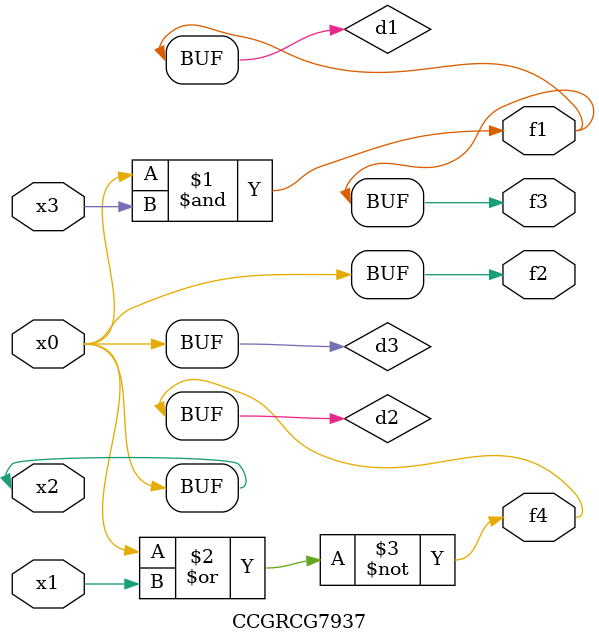
<source format=v>
module CCGRCG7937(
	input x0, x1, x2, x3,
	output f1, f2, f3, f4
);

	wire d1, d2, d3;

	and (d1, x2, x3);
	nor (d2, x0, x1);
	buf (d3, x0, x2);
	assign f1 = d1;
	assign f2 = d3;
	assign f3 = d1;
	assign f4 = d2;
endmodule

</source>
